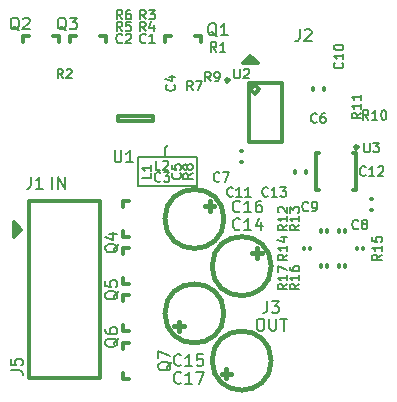
<source format=gto>
G04 #@! TF.FileFunction,Legend,Top*
%FSLAX46Y46*%
G04 Gerber Fmt 4.6, Leading zero omitted, Abs format (unit mm)*
G04 Created by KiCad (PCBNEW (2014-11-13 BZR 5275)-product) date Sun 16 Nov 2014 04:47:41 PM EST*
%MOMM*%
G01*
G04 APERTURE LIST*
%ADD10C,0.100000*%
%ADD11C,0.200000*%
%ADD12C,0.350000*%
%ADD13C,0.381000*%
%ADD14C,0.150000*%
%ADD15C,0.203200*%
G04 APERTURE END LIST*
D10*
D11*
X148500000Y-94000000D02*
X148750000Y-93750000D01*
X148500000Y-94750000D02*
X148500000Y-94000000D01*
X151250000Y-94750000D02*
X151250000Y-95000000D01*
X146250000Y-94750000D02*
X151250000Y-94750000D01*
X146250000Y-97250000D02*
X146250000Y-94750000D01*
X151250000Y-97250000D02*
X146250000Y-97250000D01*
X151250000Y-95000000D02*
X151250000Y-97250000D01*
D12*
X158417000Y-88500000D02*
X155583000Y-88500000D01*
X155583000Y-88500000D02*
X155583000Y-93500000D01*
X155583000Y-93500000D02*
X158417000Y-93500000D01*
X158417000Y-93500000D02*
X158417000Y-88500000D01*
X153652000Y-88241000D02*
X153779000Y-88114000D01*
X153779000Y-88114000D02*
X153906000Y-88241000D01*
X153906000Y-88241000D02*
X153779000Y-88368000D01*
X153779000Y-88368000D02*
X153652000Y-88241000D01*
X155710000Y-89008000D02*
X156091000Y-88627000D01*
X156091000Y-88627000D02*
X156472000Y-89008000D01*
X156472000Y-89008000D02*
X156091000Y-89389000D01*
X156091000Y-89389000D02*
X155710000Y-89008000D01*
X143016000Y-84492000D02*
X143524000Y-84492000D01*
X143524000Y-84492000D02*
X143524000Y-85000000D01*
X140476000Y-85000000D02*
X140476000Y-84492000D01*
X140476000Y-84492000D02*
X140984000Y-84492000D01*
X155730000Y-86175000D02*
X155095000Y-86810000D01*
X155095000Y-86810000D02*
X156365000Y-86810000D01*
X156365000Y-86810000D02*
X155730000Y-86175000D01*
X155730000Y-86175000D02*
X155730000Y-86810000D01*
X161971000Y-89071000D02*
X161971000Y-88929000D01*
X161971000Y-88929000D02*
X161971000Y-89071000D01*
X161029000Y-89071000D02*
X161029000Y-88929000D01*
X161029000Y-88929000D02*
X161029000Y-89071000D01*
X154929000Y-95221000D02*
X155071000Y-95221000D01*
X155071000Y-95221000D02*
X154929000Y-95221000D01*
X154929000Y-94279000D02*
X155071000Y-94279000D01*
X155071000Y-94279000D02*
X154929000Y-94279000D01*
X165929000Y-99221000D02*
X166071000Y-99221000D01*
X166071000Y-99221000D02*
X165929000Y-99221000D01*
X165929000Y-98279000D02*
X166071000Y-98279000D01*
X166071000Y-98279000D02*
X165929000Y-98279000D01*
X159529000Y-95929000D02*
X159529000Y-96071000D01*
X159529000Y-96071000D02*
X159529000Y-95929000D01*
X160471000Y-95929000D02*
X160471000Y-96071000D01*
X160471000Y-96071000D02*
X160471000Y-95929000D01*
D13*
X157499360Y-104000000D02*
G75*
G03X157499360Y-104000000I-2499360J0D01*
G01*
X156300480Y-103301500D02*
X156300480Y-102501400D01*
X155899160Y-102900180D02*
X156699260Y-102900180D01*
X153499360Y-108000000D02*
G75*
G03X153499360Y-108000000I-2499360J0D01*
G01*
X149699520Y-108698500D02*
X149699520Y-109498600D01*
X150100840Y-109099820D02*
X149300740Y-109099820D01*
X153499360Y-100000000D02*
G75*
G03X153499360Y-100000000I-2499360J0D01*
G01*
X152300480Y-99301500D02*
X152300480Y-98501400D01*
X151899160Y-98900180D02*
X152699260Y-98900180D01*
X157499360Y-112000000D02*
G75*
G03X157499360Y-112000000I-2499360J0D01*
G01*
X153699520Y-112698500D02*
X153699520Y-113498600D01*
X154100840Y-113099820D02*
X153300740Y-113099820D01*
D12*
X136325000Y-100920000D02*
X135690000Y-100285000D01*
X135690000Y-100285000D02*
X135690000Y-101555000D01*
X135690000Y-101555000D02*
X136325000Y-100920000D01*
X136325000Y-100920000D02*
X135690000Y-100920000D01*
X143000000Y-98500000D02*
X143000000Y-113500000D01*
X143000000Y-113500000D02*
X137000000Y-113500000D01*
X137000000Y-113500000D02*
X137000000Y-98500000D01*
X137000000Y-98500000D02*
X143000000Y-98500000D01*
X151016000Y-84492000D02*
X151524000Y-84492000D01*
X151524000Y-84492000D02*
X151524000Y-85000000D01*
X148476000Y-85000000D02*
X148476000Y-84492000D01*
X148476000Y-84492000D02*
X148984000Y-84492000D01*
X139016000Y-84492000D02*
X139524000Y-84492000D01*
X139524000Y-84492000D02*
X139524000Y-85000000D01*
X136476000Y-85000000D02*
X136476000Y-84492000D01*
X136476000Y-84492000D02*
X136984000Y-84492000D01*
X144992000Y-98984000D02*
X144992000Y-98476000D01*
X144992000Y-98476000D02*
X145500000Y-98476000D01*
X145500000Y-101524000D02*
X144992000Y-101524000D01*
X144992000Y-101524000D02*
X144992000Y-101016000D01*
X144992000Y-102984000D02*
X144992000Y-102476000D01*
X144992000Y-102476000D02*
X145500000Y-102476000D01*
X145500000Y-105524000D02*
X144992000Y-105524000D01*
X144992000Y-105524000D02*
X144992000Y-105016000D01*
X162246000Y-101071000D02*
X162246000Y-100929000D01*
X162246000Y-100929000D02*
X162246000Y-101071000D01*
X161754000Y-101071000D02*
X161754000Y-100929000D01*
X161754000Y-100929000D02*
X161754000Y-101071000D01*
X163746000Y-101071000D02*
X163746000Y-100929000D01*
X163746000Y-100929000D02*
X163746000Y-101071000D01*
X163254000Y-101071000D02*
X163254000Y-100929000D01*
X163254000Y-100929000D02*
X163254000Y-101071000D01*
X160746000Y-102571000D02*
X160746000Y-102429000D01*
X160746000Y-102429000D02*
X160746000Y-102571000D01*
X160254000Y-102571000D02*
X160254000Y-102429000D01*
X160254000Y-102429000D02*
X160254000Y-102571000D01*
X165246000Y-102571000D02*
X165246000Y-102429000D01*
X165246000Y-102429000D02*
X165246000Y-102571000D01*
X164754000Y-102571000D02*
X164754000Y-102429000D01*
X164754000Y-102429000D02*
X164754000Y-102571000D01*
X163746000Y-104071000D02*
X163746000Y-103929000D01*
X163746000Y-103929000D02*
X163746000Y-104071000D01*
X163254000Y-104071000D02*
X163254000Y-103929000D01*
X163254000Y-103929000D02*
X163254000Y-104071000D01*
X162246000Y-104071000D02*
X162246000Y-103929000D01*
X162246000Y-103929000D02*
X162246000Y-104071000D01*
X161754000Y-104071000D02*
X161754000Y-103929000D01*
X161754000Y-103929000D02*
X161754000Y-104071000D01*
X144500000Y-91750000D02*
X144500000Y-91250000D01*
X144500000Y-91250000D02*
X147500000Y-91250000D01*
X147500000Y-91250000D02*
X147500000Y-91750000D01*
X147500000Y-91750000D02*
X144500000Y-91750000D01*
X164454000Y-94450000D02*
X164677000Y-94450000D01*
X164677000Y-94450000D02*
X164677000Y-97550000D01*
X164677000Y-97550000D02*
X164454000Y-97550000D01*
X161546000Y-94450000D02*
X161323000Y-94450000D01*
X161323000Y-94450000D02*
X161323000Y-97550000D01*
X161323000Y-97550000D02*
X161546000Y-97550000D01*
X164708000Y-93815000D02*
X164835000Y-93942000D01*
X164835000Y-93942000D02*
X164708000Y-94069000D01*
X164708000Y-94069000D02*
X164581000Y-93942000D01*
X164581000Y-93942000D02*
X164708000Y-93815000D01*
X144992000Y-106984000D02*
X144992000Y-106476000D01*
X144992000Y-106476000D02*
X145500000Y-106476000D01*
X145500000Y-109524000D02*
X144992000Y-109524000D01*
X144992000Y-109524000D02*
X144992000Y-109016000D01*
X144992000Y-110984000D02*
X144992000Y-110476000D01*
X144992000Y-110476000D02*
X145500000Y-110476000D01*
X145500000Y-113524000D02*
X144992000Y-113524000D01*
X144992000Y-113524000D02*
X144992000Y-113016000D01*
D14*
X154390476Y-87311905D02*
X154390476Y-87959524D01*
X154428571Y-88035714D01*
X154466667Y-88073810D01*
X154542857Y-88111905D01*
X154695238Y-88111905D01*
X154771429Y-88073810D01*
X154809524Y-88035714D01*
X154847619Y-87959524D01*
X154847619Y-87311905D01*
X155190476Y-87388095D02*
X155228571Y-87350000D01*
X155304762Y-87311905D01*
X155495238Y-87311905D01*
X155571428Y-87350000D01*
X155609524Y-87388095D01*
X155647619Y-87464286D01*
X155647619Y-87540476D01*
X155609524Y-87654762D01*
X155152381Y-88111905D01*
X155647619Y-88111905D01*
D11*
X140154762Y-84047619D02*
X140059524Y-84000000D01*
X139964286Y-83904762D01*
X139821429Y-83761905D01*
X139726190Y-83714286D01*
X139630952Y-83714286D01*
X139678571Y-83952381D02*
X139583333Y-83904762D01*
X139488095Y-83809524D01*
X139440476Y-83619048D01*
X139440476Y-83285714D01*
X139488095Y-83095238D01*
X139583333Y-83000000D01*
X139678571Y-82952381D01*
X139869048Y-82952381D01*
X139964286Y-83000000D01*
X140059524Y-83095238D01*
X140107143Y-83285714D01*
X140107143Y-83619048D01*
X140059524Y-83809524D01*
X139964286Y-83904762D01*
X139869048Y-83952381D01*
X139678571Y-83952381D01*
X140440476Y-82952381D02*
X141059524Y-82952381D01*
X140726190Y-83333333D01*
X140869048Y-83333333D01*
X140964286Y-83380952D01*
X141011905Y-83428571D01*
X141059524Y-83523810D01*
X141059524Y-83761905D01*
X141011905Y-83857143D01*
X140964286Y-83904762D01*
X140869048Y-83952381D01*
X140583333Y-83952381D01*
X140488095Y-83904762D01*
X140440476Y-83857143D01*
D15*
X159916414Y-83951965D02*
X159916414Y-84666793D01*
X159868758Y-84809759D01*
X159773448Y-84905070D01*
X159630482Y-84952725D01*
X159535172Y-84952725D01*
X160345311Y-84047275D02*
X160392966Y-83999620D01*
X160488277Y-83951965D01*
X160726553Y-83951965D01*
X160821863Y-83999620D01*
X160869519Y-84047275D01*
X160917174Y-84142586D01*
X160917174Y-84237896D01*
X160869519Y-84380862D01*
X160297656Y-84952725D01*
X160917174Y-84952725D01*
D14*
X146866667Y-85035714D02*
X146828572Y-85073810D01*
X146714286Y-85111905D01*
X146638096Y-85111905D01*
X146523810Y-85073810D01*
X146447619Y-84997619D01*
X146409524Y-84921429D01*
X146371429Y-84769048D01*
X146371429Y-84654762D01*
X146409524Y-84502381D01*
X146447619Y-84426190D01*
X146523810Y-84350000D01*
X146638096Y-84311905D01*
X146714286Y-84311905D01*
X146828572Y-84350000D01*
X146866667Y-84388095D01*
X147628572Y-85111905D02*
X147171429Y-85111905D01*
X147400000Y-85111905D02*
X147400000Y-84311905D01*
X147323810Y-84426190D01*
X147247619Y-84502381D01*
X147171429Y-84540476D01*
X144866667Y-85035714D02*
X144828572Y-85073810D01*
X144714286Y-85111905D01*
X144638096Y-85111905D01*
X144523810Y-85073810D01*
X144447619Y-84997619D01*
X144409524Y-84921429D01*
X144371429Y-84769048D01*
X144371429Y-84654762D01*
X144409524Y-84502381D01*
X144447619Y-84426190D01*
X144523810Y-84350000D01*
X144638096Y-84311905D01*
X144714286Y-84311905D01*
X144828572Y-84350000D01*
X144866667Y-84388095D01*
X145171429Y-84388095D02*
X145209524Y-84350000D01*
X145285715Y-84311905D01*
X145476191Y-84311905D01*
X145552381Y-84350000D01*
X145590477Y-84388095D01*
X145628572Y-84464286D01*
X145628572Y-84540476D01*
X145590477Y-84654762D01*
X145133334Y-85111905D01*
X145628572Y-85111905D01*
X148116667Y-96785714D02*
X148078572Y-96823810D01*
X147964286Y-96861905D01*
X147888096Y-96861905D01*
X147773810Y-96823810D01*
X147697619Y-96747619D01*
X147659524Y-96671429D01*
X147621429Y-96519048D01*
X147621429Y-96404762D01*
X147659524Y-96252381D01*
X147697619Y-96176190D01*
X147773810Y-96100000D01*
X147888096Y-96061905D01*
X147964286Y-96061905D01*
X148078572Y-96100000D01*
X148116667Y-96138095D01*
X148383334Y-96061905D02*
X148878572Y-96061905D01*
X148611905Y-96366667D01*
X148726191Y-96366667D01*
X148802381Y-96404762D01*
X148840477Y-96442857D01*
X148878572Y-96519048D01*
X148878572Y-96709524D01*
X148840477Y-96785714D01*
X148802381Y-96823810D01*
X148726191Y-96861905D01*
X148497619Y-96861905D01*
X148421429Y-96823810D01*
X148383334Y-96785714D01*
X149285714Y-88633333D02*
X149323810Y-88671428D01*
X149361905Y-88785714D01*
X149361905Y-88861904D01*
X149323810Y-88976190D01*
X149247619Y-89052381D01*
X149171429Y-89090476D01*
X149019048Y-89128571D01*
X148904762Y-89128571D01*
X148752381Y-89090476D01*
X148676190Y-89052381D01*
X148600000Y-88976190D01*
X148561905Y-88861904D01*
X148561905Y-88785714D01*
X148600000Y-88671428D01*
X148638095Y-88633333D01*
X148828571Y-87947619D02*
X149361905Y-87947619D01*
X148523810Y-88138095D02*
X149095238Y-88328571D01*
X149095238Y-87833333D01*
X149785714Y-96133333D02*
X149823810Y-96171428D01*
X149861905Y-96285714D01*
X149861905Y-96361904D01*
X149823810Y-96476190D01*
X149747619Y-96552381D01*
X149671429Y-96590476D01*
X149519048Y-96628571D01*
X149404762Y-96628571D01*
X149252381Y-96590476D01*
X149176190Y-96552381D01*
X149100000Y-96476190D01*
X149061905Y-96361904D01*
X149061905Y-96285714D01*
X149100000Y-96171428D01*
X149138095Y-96133333D01*
X149061905Y-95409523D02*
X149061905Y-95790476D01*
X149442857Y-95828571D01*
X149404762Y-95790476D01*
X149366667Y-95714285D01*
X149366667Y-95523809D01*
X149404762Y-95447619D01*
X149442857Y-95409523D01*
X149519048Y-95371428D01*
X149709524Y-95371428D01*
X149785714Y-95409523D01*
X149823810Y-95447619D01*
X149861905Y-95523809D01*
X149861905Y-95714285D01*
X149823810Y-95790476D01*
X149785714Y-95828571D01*
X161366667Y-91785714D02*
X161328572Y-91823810D01*
X161214286Y-91861905D01*
X161138096Y-91861905D01*
X161023810Y-91823810D01*
X160947619Y-91747619D01*
X160909524Y-91671429D01*
X160871429Y-91519048D01*
X160871429Y-91404762D01*
X160909524Y-91252381D01*
X160947619Y-91176190D01*
X161023810Y-91100000D01*
X161138096Y-91061905D01*
X161214286Y-91061905D01*
X161328572Y-91100000D01*
X161366667Y-91138095D01*
X162052381Y-91061905D02*
X161900000Y-91061905D01*
X161823810Y-91100000D01*
X161785715Y-91138095D01*
X161709524Y-91252381D01*
X161671429Y-91404762D01*
X161671429Y-91709524D01*
X161709524Y-91785714D01*
X161747619Y-91823810D01*
X161823810Y-91861905D01*
X161976191Y-91861905D01*
X162052381Y-91823810D01*
X162090477Y-91785714D01*
X162128572Y-91709524D01*
X162128572Y-91519048D01*
X162090477Y-91442857D01*
X162052381Y-91404762D01*
X161976191Y-91366667D01*
X161823810Y-91366667D01*
X161747619Y-91404762D01*
X161709524Y-91442857D01*
X161671429Y-91519048D01*
X153116667Y-96785714D02*
X153078572Y-96823810D01*
X152964286Y-96861905D01*
X152888096Y-96861905D01*
X152773810Y-96823810D01*
X152697619Y-96747619D01*
X152659524Y-96671429D01*
X152621429Y-96519048D01*
X152621429Y-96404762D01*
X152659524Y-96252381D01*
X152697619Y-96176190D01*
X152773810Y-96100000D01*
X152888096Y-96061905D01*
X152964286Y-96061905D01*
X153078572Y-96100000D01*
X153116667Y-96138095D01*
X153383334Y-96061905D02*
X153916667Y-96061905D01*
X153573810Y-96861905D01*
X164866667Y-100785714D02*
X164828572Y-100823810D01*
X164714286Y-100861905D01*
X164638096Y-100861905D01*
X164523810Y-100823810D01*
X164447619Y-100747619D01*
X164409524Y-100671429D01*
X164371429Y-100519048D01*
X164371429Y-100404762D01*
X164409524Y-100252381D01*
X164447619Y-100176190D01*
X164523810Y-100100000D01*
X164638096Y-100061905D01*
X164714286Y-100061905D01*
X164828572Y-100100000D01*
X164866667Y-100138095D01*
X165323810Y-100404762D02*
X165247619Y-100366667D01*
X165209524Y-100328571D01*
X165171429Y-100252381D01*
X165171429Y-100214286D01*
X165209524Y-100138095D01*
X165247619Y-100100000D01*
X165323810Y-100061905D01*
X165476191Y-100061905D01*
X165552381Y-100100000D01*
X165590477Y-100138095D01*
X165628572Y-100214286D01*
X165628572Y-100252381D01*
X165590477Y-100328571D01*
X165552381Y-100366667D01*
X165476191Y-100404762D01*
X165323810Y-100404762D01*
X165247619Y-100442857D01*
X165209524Y-100480952D01*
X165171429Y-100557143D01*
X165171429Y-100709524D01*
X165209524Y-100785714D01*
X165247619Y-100823810D01*
X165323810Y-100861905D01*
X165476191Y-100861905D01*
X165552381Y-100823810D01*
X165590477Y-100785714D01*
X165628572Y-100709524D01*
X165628572Y-100557143D01*
X165590477Y-100480952D01*
X165552381Y-100442857D01*
X165476191Y-100404762D01*
X160616667Y-99285714D02*
X160578572Y-99323810D01*
X160464286Y-99361905D01*
X160388096Y-99361905D01*
X160273810Y-99323810D01*
X160197619Y-99247619D01*
X160159524Y-99171429D01*
X160121429Y-99019048D01*
X160121429Y-98904762D01*
X160159524Y-98752381D01*
X160197619Y-98676190D01*
X160273810Y-98600000D01*
X160388096Y-98561905D01*
X160464286Y-98561905D01*
X160578572Y-98600000D01*
X160616667Y-98638095D01*
X160997619Y-99361905D02*
X161150000Y-99361905D01*
X161226191Y-99323810D01*
X161264286Y-99285714D01*
X161340477Y-99171429D01*
X161378572Y-99019048D01*
X161378572Y-98714286D01*
X161340477Y-98638095D01*
X161302381Y-98600000D01*
X161226191Y-98561905D01*
X161073810Y-98561905D01*
X160997619Y-98600000D01*
X160959524Y-98638095D01*
X160921429Y-98714286D01*
X160921429Y-98904762D01*
X160959524Y-98980952D01*
X160997619Y-99019048D01*
X161073810Y-99057143D01*
X161226191Y-99057143D01*
X161302381Y-99019048D01*
X161340477Y-98980952D01*
X161378572Y-98904762D01*
X163535714Y-86764286D02*
X163573810Y-86802381D01*
X163611905Y-86916667D01*
X163611905Y-86992857D01*
X163573810Y-87107143D01*
X163497619Y-87183334D01*
X163421429Y-87221429D01*
X163269048Y-87259524D01*
X163154762Y-87259524D01*
X163002381Y-87221429D01*
X162926190Y-87183334D01*
X162850000Y-87107143D01*
X162811905Y-86992857D01*
X162811905Y-86916667D01*
X162850000Y-86802381D01*
X162888095Y-86764286D01*
X163611905Y-86002381D02*
X163611905Y-86459524D01*
X163611905Y-86230953D02*
X162811905Y-86230953D01*
X162926190Y-86307143D01*
X163002381Y-86383334D01*
X163040476Y-86459524D01*
X162811905Y-85507143D02*
X162811905Y-85430952D01*
X162850000Y-85354762D01*
X162888095Y-85316667D01*
X162964286Y-85278571D01*
X163116667Y-85240476D01*
X163307143Y-85240476D01*
X163459524Y-85278571D01*
X163535714Y-85316667D01*
X163573810Y-85354762D01*
X163611905Y-85430952D01*
X163611905Y-85507143D01*
X163573810Y-85583333D01*
X163535714Y-85621429D01*
X163459524Y-85659524D01*
X163307143Y-85697619D01*
X163116667Y-85697619D01*
X162964286Y-85659524D01*
X162888095Y-85621429D01*
X162850000Y-85583333D01*
X162811905Y-85507143D01*
X154235714Y-98035714D02*
X154197619Y-98073810D01*
X154083333Y-98111905D01*
X154007143Y-98111905D01*
X153892857Y-98073810D01*
X153816666Y-97997619D01*
X153778571Y-97921429D01*
X153740476Y-97769048D01*
X153740476Y-97654762D01*
X153778571Y-97502381D01*
X153816666Y-97426190D01*
X153892857Y-97350000D01*
X154007143Y-97311905D01*
X154083333Y-97311905D01*
X154197619Y-97350000D01*
X154235714Y-97388095D01*
X154997619Y-98111905D02*
X154540476Y-98111905D01*
X154769047Y-98111905D02*
X154769047Y-97311905D01*
X154692857Y-97426190D01*
X154616666Y-97502381D01*
X154540476Y-97540476D01*
X155759524Y-98111905D02*
X155302381Y-98111905D01*
X155530952Y-98111905D02*
X155530952Y-97311905D01*
X155454762Y-97426190D01*
X155378571Y-97502381D01*
X155302381Y-97540476D01*
X165485714Y-96285714D02*
X165447619Y-96323810D01*
X165333333Y-96361905D01*
X165257143Y-96361905D01*
X165142857Y-96323810D01*
X165066666Y-96247619D01*
X165028571Y-96171429D01*
X164990476Y-96019048D01*
X164990476Y-95904762D01*
X165028571Y-95752381D01*
X165066666Y-95676190D01*
X165142857Y-95600000D01*
X165257143Y-95561905D01*
X165333333Y-95561905D01*
X165447619Y-95600000D01*
X165485714Y-95638095D01*
X166247619Y-96361905D02*
X165790476Y-96361905D01*
X166019047Y-96361905D02*
X166019047Y-95561905D01*
X165942857Y-95676190D01*
X165866666Y-95752381D01*
X165790476Y-95790476D01*
X166552381Y-95638095D02*
X166590476Y-95600000D01*
X166666667Y-95561905D01*
X166857143Y-95561905D01*
X166933333Y-95600000D01*
X166971429Y-95638095D01*
X167009524Y-95714286D01*
X167009524Y-95790476D01*
X166971429Y-95904762D01*
X166514286Y-96361905D01*
X167009524Y-96361905D01*
X157235714Y-98035714D02*
X157197619Y-98073810D01*
X157083333Y-98111905D01*
X157007143Y-98111905D01*
X156892857Y-98073810D01*
X156816666Y-97997619D01*
X156778571Y-97921429D01*
X156740476Y-97769048D01*
X156740476Y-97654762D01*
X156778571Y-97502381D01*
X156816666Y-97426190D01*
X156892857Y-97350000D01*
X157007143Y-97311905D01*
X157083333Y-97311905D01*
X157197619Y-97350000D01*
X157235714Y-97388095D01*
X157997619Y-98111905D02*
X157540476Y-98111905D01*
X157769047Y-98111905D02*
X157769047Y-97311905D01*
X157692857Y-97426190D01*
X157616666Y-97502381D01*
X157540476Y-97540476D01*
X158264286Y-97311905D02*
X158759524Y-97311905D01*
X158492857Y-97616667D01*
X158607143Y-97616667D01*
X158683333Y-97654762D01*
X158721429Y-97692857D01*
X158759524Y-97769048D01*
X158759524Y-97959524D01*
X158721429Y-98035714D01*
X158683333Y-98073810D01*
X158607143Y-98111905D01*
X158378571Y-98111905D01*
X158302381Y-98073810D01*
X158264286Y-98035714D01*
D15*
X154856654Y-100857414D02*
X154808999Y-100905070D01*
X154666033Y-100952725D01*
X154570723Y-100952725D01*
X154427757Y-100905070D01*
X154332446Y-100809759D01*
X154284791Y-100714449D01*
X154237136Y-100523828D01*
X154237136Y-100380862D01*
X154284791Y-100190241D01*
X154332446Y-100094930D01*
X154427757Y-99999620D01*
X154570723Y-99951965D01*
X154666033Y-99951965D01*
X154808999Y-99999620D01*
X154856654Y-100047275D01*
X155809759Y-100952725D02*
X155237896Y-100952725D01*
X155523827Y-100952725D02*
X155523827Y-99951965D01*
X155428517Y-100094930D01*
X155333206Y-100190241D01*
X155237896Y-100237896D01*
X156667553Y-100285551D02*
X156667553Y-100952725D01*
X156429277Y-99904310D02*
X156191001Y-100619138D01*
X156810519Y-100619138D01*
X149856654Y-112357414D02*
X149808999Y-112405070D01*
X149666033Y-112452725D01*
X149570723Y-112452725D01*
X149427757Y-112405070D01*
X149332446Y-112309759D01*
X149284791Y-112214449D01*
X149237136Y-112023828D01*
X149237136Y-111880862D01*
X149284791Y-111690241D01*
X149332446Y-111594930D01*
X149427757Y-111499620D01*
X149570723Y-111451965D01*
X149666033Y-111451965D01*
X149808999Y-111499620D01*
X149856654Y-111547275D01*
X150809759Y-112452725D02*
X150237896Y-112452725D01*
X150523827Y-112452725D02*
X150523827Y-111451965D01*
X150428517Y-111594930D01*
X150333206Y-111690241D01*
X150237896Y-111737896D01*
X151715209Y-111451965D02*
X151238656Y-111451965D01*
X151191001Y-111928517D01*
X151238656Y-111880862D01*
X151333967Y-111833207D01*
X151572243Y-111833207D01*
X151667553Y-111880862D01*
X151715209Y-111928517D01*
X151762864Y-112023828D01*
X151762864Y-112262104D01*
X151715209Y-112357414D01*
X151667553Y-112405070D01*
X151572243Y-112452725D01*
X151333967Y-112452725D01*
X151238656Y-112405070D01*
X151191001Y-112357414D01*
X154856654Y-99357414D02*
X154808999Y-99405070D01*
X154666033Y-99452725D01*
X154570723Y-99452725D01*
X154427757Y-99405070D01*
X154332446Y-99309759D01*
X154284791Y-99214449D01*
X154237136Y-99023828D01*
X154237136Y-98880862D01*
X154284791Y-98690241D01*
X154332446Y-98594930D01*
X154427757Y-98499620D01*
X154570723Y-98451965D01*
X154666033Y-98451965D01*
X154808999Y-98499620D01*
X154856654Y-98547275D01*
X155809759Y-99452725D02*
X155237896Y-99452725D01*
X155523827Y-99452725D02*
X155523827Y-98451965D01*
X155428517Y-98594930D01*
X155333206Y-98690241D01*
X155237896Y-98737896D01*
X156667553Y-98451965D02*
X156476932Y-98451965D01*
X156381622Y-98499620D01*
X156333967Y-98547275D01*
X156238656Y-98690241D01*
X156191001Y-98880862D01*
X156191001Y-99262104D01*
X156238656Y-99357414D01*
X156286311Y-99405070D01*
X156381622Y-99452725D01*
X156572243Y-99452725D01*
X156667553Y-99405070D01*
X156715209Y-99357414D01*
X156762864Y-99262104D01*
X156762864Y-99023828D01*
X156715209Y-98928517D01*
X156667553Y-98880862D01*
X156572243Y-98833207D01*
X156381622Y-98833207D01*
X156286311Y-98880862D01*
X156238656Y-98928517D01*
X156191001Y-99023828D01*
X149856654Y-113857414D02*
X149808999Y-113905070D01*
X149666033Y-113952725D01*
X149570723Y-113952725D01*
X149427757Y-113905070D01*
X149332446Y-113809759D01*
X149284791Y-113714449D01*
X149237136Y-113523828D01*
X149237136Y-113380862D01*
X149284791Y-113190241D01*
X149332446Y-113094930D01*
X149427757Y-112999620D01*
X149570723Y-112951965D01*
X149666033Y-112951965D01*
X149808999Y-112999620D01*
X149856654Y-113047275D01*
X150809759Y-113952725D02*
X150237896Y-113952725D01*
X150523827Y-113952725D02*
X150523827Y-112951965D01*
X150428517Y-113094930D01*
X150333206Y-113190241D01*
X150237896Y-113237896D01*
X151143346Y-112951965D02*
X151810519Y-112951965D01*
X151381622Y-113952725D01*
D14*
X137166667Y-96452381D02*
X137166667Y-97166667D01*
X137119047Y-97309524D01*
X137023809Y-97404762D01*
X136880952Y-97452381D01*
X136785714Y-97452381D01*
X138166667Y-97452381D02*
X137595238Y-97452381D01*
X137880952Y-97452381D02*
X137880952Y-96452381D01*
X137785714Y-96595238D01*
X137690476Y-96690476D01*
X137595238Y-96738095D01*
X138976191Y-97452381D02*
X138976191Y-96452381D01*
X139452381Y-97452381D02*
X139452381Y-96452381D01*
X140023810Y-97452381D01*
X140023810Y-96452381D01*
X157166667Y-106952381D02*
X157166667Y-107666667D01*
X157119047Y-107809524D01*
X157023809Y-107904762D01*
X156880952Y-107952381D01*
X156785714Y-107952381D01*
X157547619Y-106952381D02*
X158166667Y-106952381D01*
X157833333Y-107333333D01*
X157976191Y-107333333D01*
X158071429Y-107380952D01*
X158119048Y-107428571D01*
X158166667Y-107523810D01*
X158166667Y-107761905D01*
X158119048Y-107857143D01*
X158071429Y-107904762D01*
X157976191Y-107952381D01*
X157690476Y-107952381D01*
X157595238Y-107904762D01*
X157547619Y-107857143D01*
X156500000Y-108452381D02*
X156690477Y-108452381D01*
X156785715Y-108500000D01*
X156880953Y-108595238D01*
X156928572Y-108785714D01*
X156928572Y-109119048D01*
X156880953Y-109309524D01*
X156785715Y-109404762D01*
X156690477Y-109452381D01*
X156500000Y-109452381D01*
X156404762Y-109404762D01*
X156309524Y-109309524D01*
X156261905Y-109119048D01*
X156261905Y-108785714D01*
X156309524Y-108595238D01*
X156404762Y-108500000D01*
X156500000Y-108452381D01*
X157357143Y-108452381D02*
X157357143Y-109261905D01*
X157404762Y-109357143D01*
X157452381Y-109404762D01*
X157547619Y-109452381D01*
X157738096Y-109452381D01*
X157833334Y-109404762D01*
X157880953Y-109357143D01*
X157928572Y-109261905D01*
X157928572Y-108452381D01*
X158261905Y-108452381D02*
X158833334Y-108452381D01*
X158547619Y-109452381D02*
X158547619Y-108452381D01*
D15*
X135451965Y-112833586D02*
X136166793Y-112833586D01*
X136309759Y-112881242D01*
X136405070Y-112976552D01*
X136452725Y-113119518D01*
X136452725Y-113214828D01*
X135451965Y-111880481D02*
X135451965Y-112357034D01*
X135928517Y-112404689D01*
X135880862Y-112357034D01*
X135833207Y-112261723D01*
X135833207Y-112023447D01*
X135880862Y-111928137D01*
X135928517Y-111880481D01*
X136023828Y-111832826D01*
X136262104Y-111832826D01*
X136357414Y-111880481D01*
X136405070Y-111928137D01*
X136452725Y-112023447D01*
X136452725Y-112261723D01*
X136405070Y-112357034D01*
X136357414Y-112404689D01*
D14*
X147361905Y-96133333D02*
X147361905Y-96514286D01*
X146561905Y-96514286D01*
X147361905Y-95447619D02*
X147361905Y-95904762D01*
X147361905Y-95676191D02*
X146561905Y-95676191D01*
X146676190Y-95752381D01*
X146752381Y-95828572D01*
X146790476Y-95904762D01*
X148116667Y-95861905D02*
X147735714Y-95861905D01*
X147735714Y-95061905D01*
X148345238Y-95138095D02*
X148383333Y-95100000D01*
X148459524Y-95061905D01*
X148650000Y-95061905D01*
X148726190Y-95100000D01*
X148764286Y-95138095D01*
X148802381Y-95214286D01*
X148802381Y-95290476D01*
X148764286Y-95404762D01*
X148307143Y-95861905D01*
X148802381Y-95861905D01*
D11*
X152904762Y-84547619D02*
X152809524Y-84500000D01*
X152714286Y-84404762D01*
X152571429Y-84261905D01*
X152476190Y-84214286D01*
X152380952Y-84214286D01*
X152428571Y-84452381D02*
X152333333Y-84404762D01*
X152238095Y-84309524D01*
X152190476Y-84119048D01*
X152190476Y-83785714D01*
X152238095Y-83595238D01*
X152333333Y-83500000D01*
X152428571Y-83452381D01*
X152619048Y-83452381D01*
X152714286Y-83500000D01*
X152809524Y-83595238D01*
X152857143Y-83785714D01*
X152857143Y-84119048D01*
X152809524Y-84309524D01*
X152714286Y-84404762D01*
X152619048Y-84452381D01*
X152428571Y-84452381D01*
X153809524Y-84452381D02*
X153238095Y-84452381D01*
X153523809Y-84452381D02*
X153523809Y-83452381D01*
X153428571Y-83595238D01*
X153333333Y-83690476D01*
X153238095Y-83738095D01*
X136154762Y-84047619D02*
X136059524Y-84000000D01*
X135964286Y-83904762D01*
X135821429Y-83761905D01*
X135726190Y-83714286D01*
X135630952Y-83714286D01*
X135678571Y-83952381D02*
X135583333Y-83904762D01*
X135488095Y-83809524D01*
X135440476Y-83619048D01*
X135440476Y-83285714D01*
X135488095Y-83095238D01*
X135583333Y-83000000D01*
X135678571Y-82952381D01*
X135869048Y-82952381D01*
X135964286Y-83000000D01*
X136059524Y-83095238D01*
X136107143Y-83285714D01*
X136107143Y-83619048D01*
X136059524Y-83809524D01*
X135964286Y-83904762D01*
X135869048Y-83952381D01*
X135678571Y-83952381D01*
X136488095Y-83047619D02*
X136535714Y-83000000D01*
X136630952Y-82952381D01*
X136869048Y-82952381D01*
X136964286Y-83000000D01*
X137011905Y-83047619D01*
X137059524Y-83142857D01*
X137059524Y-83238095D01*
X137011905Y-83380952D01*
X136440476Y-83952381D01*
X137059524Y-83952381D01*
X144547619Y-102095238D02*
X144500000Y-102190476D01*
X144404762Y-102285714D01*
X144261905Y-102428571D01*
X144214286Y-102523810D01*
X144214286Y-102619048D01*
X144452381Y-102571429D02*
X144404762Y-102666667D01*
X144309524Y-102761905D01*
X144119048Y-102809524D01*
X143785714Y-102809524D01*
X143595238Y-102761905D01*
X143500000Y-102666667D01*
X143452381Y-102571429D01*
X143452381Y-102380952D01*
X143500000Y-102285714D01*
X143595238Y-102190476D01*
X143785714Y-102142857D01*
X144119048Y-102142857D01*
X144309524Y-102190476D01*
X144404762Y-102285714D01*
X144452381Y-102380952D01*
X144452381Y-102571429D01*
X143785714Y-101285714D02*
X144452381Y-101285714D01*
X143404762Y-101523810D02*
X144119048Y-101761905D01*
X144119048Y-101142857D01*
X144547619Y-106095238D02*
X144500000Y-106190476D01*
X144404762Y-106285714D01*
X144261905Y-106428571D01*
X144214286Y-106523810D01*
X144214286Y-106619048D01*
X144452381Y-106571429D02*
X144404762Y-106666667D01*
X144309524Y-106761905D01*
X144119048Y-106809524D01*
X143785714Y-106809524D01*
X143595238Y-106761905D01*
X143500000Y-106666667D01*
X143452381Y-106571429D01*
X143452381Y-106380952D01*
X143500000Y-106285714D01*
X143595238Y-106190476D01*
X143785714Y-106142857D01*
X144119048Y-106142857D01*
X144309524Y-106190476D01*
X144404762Y-106285714D01*
X144452381Y-106380952D01*
X144452381Y-106571429D01*
X143452381Y-105238095D02*
X143452381Y-105714286D01*
X143928571Y-105761905D01*
X143880952Y-105714286D01*
X143833333Y-105619048D01*
X143833333Y-105380952D01*
X143880952Y-105285714D01*
X143928571Y-105238095D01*
X144023810Y-105190476D01*
X144261905Y-105190476D01*
X144357143Y-105238095D01*
X144404762Y-105285714D01*
X144452381Y-105380952D01*
X144452381Y-105619048D01*
X144404762Y-105714286D01*
X144357143Y-105761905D01*
D14*
X152866667Y-85861905D02*
X152600000Y-85480952D01*
X152409524Y-85861905D02*
X152409524Y-85061905D01*
X152714286Y-85061905D01*
X152790477Y-85100000D01*
X152828572Y-85138095D01*
X152866667Y-85214286D01*
X152866667Y-85328571D01*
X152828572Y-85404762D01*
X152790477Y-85442857D01*
X152714286Y-85480952D01*
X152409524Y-85480952D01*
X153628572Y-85861905D02*
X153171429Y-85861905D01*
X153400000Y-85861905D02*
X153400000Y-85061905D01*
X153323810Y-85176190D01*
X153247619Y-85252381D01*
X153171429Y-85290476D01*
X139866667Y-88111905D02*
X139600000Y-87730952D01*
X139409524Y-88111905D02*
X139409524Y-87311905D01*
X139714286Y-87311905D01*
X139790477Y-87350000D01*
X139828572Y-87388095D01*
X139866667Y-87464286D01*
X139866667Y-87578571D01*
X139828572Y-87654762D01*
X139790477Y-87692857D01*
X139714286Y-87730952D01*
X139409524Y-87730952D01*
X140171429Y-87388095D02*
X140209524Y-87350000D01*
X140285715Y-87311905D01*
X140476191Y-87311905D01*
X140552381Y-87350000D01*
X140590477Y-87388095D01*
X140628572Y-87464286D01*
X140628572Y-87540476D01*
X140590477Y-87654762D01*
X140133334Y-88111905D01*
X140628572Y-88111905D01*
X146866667Y-83111905D02*
X146600000Y-82730952D01*
X146409524Y-83111905D02*
X146409524Y-82311905D01*
X146714286Y-82311905D01*
X146790477Y-82350000D01*
X146828572Y-82388095D01*
X146866667Y-82464286D01*
X146866667Y-82578571D01*
X146828572Y-82654762D01*
X146790477Y-82692857D01*
X146714286Y-82730952D01*
X146409524Y-82730952D01*
X147133334Y-82311905D02*
X147628572Y-82311905D01*
X147361905Y-82616667D01*
X147476191Y-82616667D01*
X147552381Y-82654762D01*
X147590477Y-82692857D01*
X147628572Y-82769048D01*
X147628572Y-82959524D01*
X147590477Y-83035714D01*
X147552381Y-83073810D01*
X147476191Y-83111905D01*
X147247619Y-83111905D01*
X147171429Y-83073810D01*
X147133334Y-83035714D01*
X146866667Y-84111905D02*
X146600000Y-83730952D01*
X146409524Y-84111905D02*
X146409524Y-83311905D01*
X146714286Y-83311905D01*
X146790477Y-83350000D01*
X146828572Y-83388095D01*
X146866667Y-83464286D01*
X146866667Y-83578571D01*
X146828572Y-83654762D01*
X146790477Y-83692857D01*
X146714286Y-83730952D01*
X146409524Y-83730952D01*
X147552381Y-83578571D02*
X147552381Y-84111905D01*
X147361905Y-83273810D02*
X147171429Y-83845238D01*
X147666667Y-83845238D01*
X144866667Y-84111905D02*
X144600000Y-83730952D01*
X144409524Y-84111905D02*
X144409524Y-83311905D01*
X144714286Y-83311905D01*
X144790477Y-83350000D01*
X144828572Y-83388095D01*
X144866667Y-83464286D01*
X144866667Y-83578571D01*
X144828572Y-83654762D01*
X144790477Y-83692857D01*
X144714286Y-83730952D01*
X144409524Y-83730952D01*
X145590477Y-83311905D02*
X145209524Y-83311905D01*
X145171429Y-83692857D01*
X145209524Y-83654762D01*
X145285715Y-83616667D01*
X145476191Y-83616667D01*
X145552381Y-83654762D01*
X145590477Y-83692857D01*
X145628572Y-83769048D01*
X145628572Y-83959524D01*
X145590477Y-84035714D01*
X145552381Y-84073810D01*
X145476191Y-84111905D01*
X145285715Y-84111905D01*
X145209524Y-84073810D01*
X145171429Y-84035714D01*
X144866667Y-83111905D02*
X144600000Y-82730952D01*
X144409524Y-83111905D02*
X144409524Y-82311905D01*
X144714286Y-82311905D01*
X144790477Y-82350000D01*
X144828572Y-82388095D01*
X144866667Y-82464286D01*
X144866667Y-82578571D01*
X144828572Y-82654762D01*
X144790477Y-82692857D01*
X144714286Y-82730952D01*
X144409524Y-82730952D01*
X145552381Y-82311905D02*
X145400000Y-82311905D01*
X145323810Y-82350000D01*
X145285715Y-82388095D01*
X145209524Y-82502381D01*
X145171429Y-82654762D01*
X145171429Y-82959524D01*
X145209524Y-83035714D01*
X145247619Y-83073810D01*
X145323810Y-83111905D01*
X145476191Y-83111905D01*
X145552381Y-83073810D01*
X145590477Y-83035714D01*
X145628572Y-82959524D01*
X145628572Y-82769048D01*
X145590477Y-82692857D01*
X145552381Y-82654762D01*
X145476191Y-82616667D01*
X145323810Y-82616667D01*
X145247619Y-82654762D01*
X145209524Y-82692857D01*
X145171429Y-82769048D01*
X150866667Y-89111905D02*
X150600000Y-88730952D01*
X150409524Y-89111905D02*
X150409524Y-88311905D01*
X150714286Y-88311905D01*
X150790477Y-88350000D01*
X150828572Y-88388095D01*
X150866667Y-88464286D01*
X150866667Y-88578571D01*
X150828572Y-88654762D01*
X150790477Y-88692857D01*
X150714286Y-88730952D01*
X150409524Y-88730952D01*
X151133334Y-88311905D02*
X151666667Y-88311905D01*
X151323810Y-89111905D01*
X150861905Y-96133333D02*
X150480952Y-96400000D01*
X150861905Y-96590476D02*
X150061905Y-96590476D01*
X150061905Y-96285714D01*
X150100000Y-96209523D01*
X150138095Y-96171428D01*
X150214286Y-96133333D01*
X150328571Y-96133333D01*
X150404762Y-96171428D01*
X150442857Y-96209523D01*
X150480952Y-96285714D01*
X150480952Y-96590476D01*
X150404762Y-95676190D02*
X150366667Y-95752381D01*
X150328571Y-95790476D01*
X150252381Y-95828571D01*
X150214286Y-95828571D01*
X150138095Y-95790476D01*
X150100000Y-95752381D01*
X150061905Y-95676190D01*
X150061905Y-95523809D01*
X150100000Y-95447619D01*
X150138095Y-95409523D01*
X150214286Y-95371428D01*
X150252381Y-95371428D01*
X150328571Y-95409523D01*
X150366667Y-95447619D01*
X150404762Y-95523809D01*
X150404762Y-95676190D01*
X150442857Y-95752381D01*
X150480952Y-95790476D01*
X150557143Y-95828571D01*
X150709524Y-95828571D01*
X150785714Y-95790476D01*
X150823810Y-95752381D01*
X150861905Y-95676190D01*
X150861905Y-95523809D01*
X150823810Y-95447619D01*
X150785714Y-95409523D01*
X150709524Y-95371428D01*
X150557143Y-95371428D01*
X150480952Y-95409523D01*
X150442857Y-95447619D01*
X150404762Y-95523809D01*
X152366667Y-88361905D02*
X152100000Y-87980952D01*
X151909524Y-88361905D02*
X151909524Y-87561905D01*
X152214286Y-87561905D01*
X152290477Y-87600000D01*
X152328572Y-87638095D01*
X152366667Y-87714286D01*
X152366667Y-87828571D01*
X152328572Y-87904762D01*
X152290477Y-87942857D01*
X152214286Y-87980952D01*
X151909524Y-87980952D01*
X152747619Y-88361905D02*
X152900000Y-88361905D01*
X152976191Y-88323810D01*
X153014286Y-88285714D01*
X153090477Y-88171429D01*
X153128572Y-88019048D01*
X153128572Y-87714286D01*
X153090477Y-87638095D01*
X153052381Y-87600000D01*
X152976191Y-87561905D01*
X152823810Y-87561905D01*
X152747619Y-87600000D01*
X152709524Y-87638095D01*
X152671429Y-87714286D01*
X152671429Y-87904762D01*
X152709524Y-87980952D01*
X152747619Y-88019048D01*
X152823810Y-88057143D01*
X152976191Y-88057143D01*
X153052381Y-88019048D01*
X153090477Y-87980952D01*
X153128572Y-87904762D01*
X165735714Y-91611905D02*
X165469047Y-91230952D01*
X165278571Y-91611905D02*
X165278571Y-90811905D01*
X165583333Y-90811905D01*
X165659524Y-90850000D01*
X165697619Y-90888095D01*
X165735714Y-90964286D01*
X165735714Y-91078571D01*
X165697619Y-91154762D01*
X165659524Y-91192857D01*
X165583333Y-91230952D01*
X165278571Y-91230952D01*
X166497619Y-91611905D02*
X166040476Y-91611905D01*
X166269047Y-91611905D02*
X166269047Y-90811905D01*
X166192857Y-90926190D01*
X166116666Y-91002381D01*
X166040476Y-91040476D01*
X166992857Y-90811905D02*
X167069048Y-90811905D01*
X167145238Y-90850000D01*
X167183333Y-90888095D01*
X167221429Y-90964286D01*
X167259524Y-91116667D01*
X167259524Y-91307143D01*
X167221429Y-91459524D01*
X167183333Y-91535714D01*
X167145238Y-91573810D01*
X167069048Y-91611905D01*
X166992857Y-91611905D01*
X166916667Y-91573810D01*
X166878571Y-91535714D01*
X166840476Y-91459524D01*
X166802381Y-91307143D01*
X166802381Y-91116667D01*
X166840476Y-90964286D01*
X166878571Y-90888095D01*
X166916667Y-90850000D01*
X166992857Y-90811905D01*
X165111905Y-91014286D02*
X164730952Y-91280953D01*
X165111905Y-91471429D02*
X164311905Y-91471429D01*
X164311905Y-91166667D01*
X164350000Y-91090476D01*
X164388095Y-91052381D01*
X164464286Y-91014286D01*
X164578571Y-91014286D01*
X164654762Y-91052381D01*
X164692857Y-91090476D01*
X164730952Y-91166667D01*
X164730952Y-91471429D01*
X165111905Y-90252381D02*
X165111905Y-90709524D01*
X165111905Y-90480953D02*
X164311905Y-90480953D01*
X164426190Y-90557143D01*
X164502381Y-90633334D01*
X164540476Y-90709524D01*
X165111905Y-89490476D02*
X165111905Y-89947619D01*
X165111905Y-89719048D02*
X164311905Y-89719048D01*
X164426190Y-89795238D01*
X164502381Y-89871429D01*
X164540476Y-89947619D01*
X158861905Y-100514286D02*
X158480952Y-100780953D01*
X158861905Y-100971429D02*
X158061905Y-100971429D01*
X158061905Y-100666667D01*
X158100000Y-100590476D01*
X158138095Y-100552381D01*
X158214286Y-100514286D01*
X158328571Y-100514286D01*
X158404762Y-100552381D01*
X158442857Y-100590476D01*
X158480952Y-100666667D01*
X158480952Y-100971429D01*
X158861905Y-99752381D02*
X158861905Y-100209524D01*
X158861905Y-99980953D02*
X158061905Y-99980953D01*
X158176190Y-100057143D01*
X158252381Y-100133334D01*
X158290476Y-100209524D01*
X158138095Y-99447619D02*
X158100000Y-99409524D01*
X158061905Y-99333333D01*
X158061905Y-99142857D01*
X158100000Y-99066667D01*
X158138095Y-99028571D01*
X158214286Y-98990476D01*
X158290476Y-98990476D01*
X158404762Y-99028571D01*
X158861905Y-99485714D01*
X158861905Y-98990476D01*
X159861905Y-100514286D02*
X159480952Y-100780953D01*
X159861905Y-100971429D02*
X159061905Y-100971429D01*
X159061905Y-100666667D01*
X159100000Y-100590476D01*
X159138095Y-100552381D01*
X159214286Y-100514286D01*
X159328571Y-100514286D01*
X159404762Y-100552381D01*
X159442857Y-100590476D01*
X159480952Y-100666667D01*
X159480952Y-100971429D01*
X159861905Y-99752381D02*
X159861905Y-100209524D01*
X159861905Y-99980953D02*
X159061905Y-99980953D01*
X159176190Y-100057143D01*
X159252381Y-100133334D01*
X159290476Y-100209524D01*
X159061905Y-99485714D02*
X159061905Y-98990476D01*
X159366667Y-99257143D01*
X159366667Y-99142857D01*
X159404762Y-99066667D01*
X159442857Y-99028571D01*
X159519048Y-98990476D01*
X159709524Y-98990476D01*
X159785714Y-99028571D01*
X159823810Y-99066667D01*
X159861905Y-99142857D01*
X159861905Y-99371429D01*
X159823810Y-99447619D01*
X159785714Y-99485714D01*
X158861905Y-103014286D02*
X158480952Y-103280953D01*
X158861905Y-103471429D02*
X158061905Y-103471429D01*
X158061905Y-103166667D01*
X158100000Y-103090476D01*
X158138095Y-103052381D01*
X158214286Y-103014286D01*
X158328571Y-103014286D01*
X158404762Y-103052381D01*
X158442857Y-103090476D01*
X158480952Y-103166667D01*
X158480952Y-103471429D01*
X158861905Y-102252381D02*
X158861905Y-102709524D01*
X158861905Y-102480953D02*
X158061905Y-102480953D01*
X158176190Y-102557143D01*
X158252381Y-102633334D01*
X158290476Y-102709524D01*
X158328571Y-101566667D02*
X158861905Y-101566667D01*
X158023810Y-101757143D02*
X158595238Y-101947619D01*
X158595238Y-101452381D01*
X166861905Y-103014286D02*
X166480952Y-103280953D01*
X166861905Y-103471429D02*
X166061905Y-103471429D01*
X166061905Y-103166667D01*
X166100000Y-103090476D01*
X166138095Y-103052381D01*
X166214286Y-103014286D01*
X166328571Y-103014286D01*
X166404762Y-103052381D01*
X166442857Y-103090476D01*
X166480952Y-103166667D01*
X166480952Y-103471429D01*
X166861905Y-102252381D02*
X166861905Y-102709524D01*
X166861905Y-102480953D02*
X166061905Y-102480953D01*
X166176190Y-102557143D01*
X166252381Y-102633334D01*
X166290476Y-102709524D01*
X166061905Y-101528571D02*
X166061905Y-101909524D01*
X166442857Y-101947619D01*
X166404762Y-101909524D01*
X166366667Y-101833333D01*
X166366667Y-101642857D01*
X166404762Y-101566667D01*
X166442857Y-101528571D01*
X166519048Y-101490476D01*
X166709524Y-101490476D01*
X166785714Y-101528571D01*
X166823810Y-101566667D01*
X166861905Y-101642857D01*
X166861905Y-101833333D01*
X166823810Y-101909524D01*
X166785714Y-101947619D01*
X159861905Y-105514286D02*
X159480952Y-105780953D01*
X159861905Y-105971429D02*
X159061905Y-105971429D01*
X159061905Y-105666667D01*
X159100000Y-105590476D01*
X159138095Y-105552381D01*
X159214286Y-105514286D01*
X159328571Y-105514286D01*
X159404762Y-105552381D01*
X159442857Y-105590476D01*
X159480952Y-105666667D01*
X159480952Y-105971429D01*
X159861905Y-104752381D02*
X159861905Y-105209524D01*
X159861905Y-104980953D02*
X159061905Y-104980953D01*
X159176190Y-105057143D01*
X159252381Y-105133334D01*
X159290476Y-105209524D01*
X159061905Y-104066667D02*
X159061905Y-104219048D01*
X159100000Y-104295238D01*
X159138095Y-104333333D01*
X159252381Y-104409524D01*
X159404762Y-104447619D01*
X159709524Y-104447619D01*
X159785714Y-104409524D01*
X159823810Y-104371429D01*
X159861905Y-104295238D01*
X159861905Y-104142857D01*
X159823810Y-104066667D01*
X159785714Y-104028571D01*
X159709524Y-103990476D01*
X159519048Y-103990476D01*
X159442857Y-104028571D01*
X159404762Y-104066667D01*
X159366667Y-104142857D01*
X159366667Y-104295238D01*
X159404762Y-104371429D01*
X159442857Y-104409524D01*
X159519048Y-104447619D01*
X158861905Y-105514286D02*
X158480952Y-105780953D01*
X158861905Y-105971429D02*
X158061905Y-105971429D01*
X158061905Y-105666667D01*
X158100000Y-105590476D01*
X158138095Y-105552381D01*
X158214286Y-105514286D01*
X158328571Y-105514286D01*
X158404762Y-105552381D01*
X158442857Y-105590476D01*
X158480952Y-105666667D01*
X158480952Y-105971429D01*
X158861905Y-104752381D02*
X158861905Y-105209524D01*
X158861905Y-104980953D02*
X158061905Y-104980953D01*
X158176190Y-105057143D01*
X158252381Y-105133334D01*
X158290476Y-105209524D01*
X158061905Y-104485714D02*
X158061905Y-103952381D01*
X158861905Y-104295238D01*
D11*
X144238095Y-94202381D02*
X144238095Y-95011905D01*
X144285714Y-95107143D01*
X144333333Y-95154762D01*
X144428571Y-95202381D01*
X144619048Y-95202381D01*
X144714286Y-95154762D01*
X144761905Y-95107143D01*
X144809524Y-95011905D01*
X144809524Y-94202381D01*
X145809524Y-95202381D02*
X145238095Y-95202381D01*
X145523809Y-95202381D02*
X145523809Y-94202381D01*
X145428571Y-94345238D01*
X145333333Y-94440476D01*
X145238095Y-94488095D01*
D14*
X165390476Y-93561905D02*
X165390476Y-94209524D01*
X165428571Y-94285714D01*
X165466667Y-94323810D01*
X165542857Y-94361905D01*
X165695238Y-94361905D01*
X165771429Y-94323810D01*
X165809524Y-94285714D01*
X165847619Y-94209524D01*
X165847619Y-93561905D01*
X166152381Y-93561905D02*
X166647619Y-93561905D01*
X166380952Y-93866667D01*
X166495238Y-93866667D01*
X166571428Y-93904762D01*
X166609524Y-93942857D01*
X166647619Y-94019048D01*
X166647619Y-94209524D01*
X166609524Y-94285714D01*
X166571428Y-94323810D01*
X166495238Y-94361905D01*
X166266666Y-94361905D01*
X166190476Y-94323810D01*
X166152381Y-94285714D01*
D11*
X144547619Y-110095238D02*
X144500000Y-110190476D01*
X144404762Y-110285714D01*
X144261905Y-110428571D01*
X144214286Y-110523810D01*
X144214286Y-110619048D01*
X144452381Y-110571429D02*
X144404762Y-110666667D01*
X144309524Y-110761905D01*
X144119048Y-110809524D01*
X143785714Y-110809524D01*
X143595238Y-110761905D01*
X143500000Y-110666667D01*
X143452381Y-110571429D01*
X143452381Y-110380952D01*
X143500000Y-110285714D01*
X143595238Y-110190476D01*
X143785714Y-110142857D01*
X144119048Y-110142857D01*
X144309524Y-110190476D01*
X144404762Y-110285714D01*
X144452381Y-110380952D01*
X144452381Y-110571429D01*
X143452381Y-109285714D02*
X143452381Y-109476191D01*
X143500000Y-109571429D01*
X143547619Y-109619048D01*
X143690476Y-109714286D01*
X143880952Y-109761905D01*
X144261905Y-109761905D01*
X144357143Y-109714286D01*
X144404762Y-109666667D01*
X144452381Y-109571429D01*
X144452381Y-109380952D01*
X144404762Y-109285714D01*
X144357143Y-109238095D01*
X144261905Y-109190476D01*
X144023810Y-109190476D01*
X143928571Y-109238095D01*
X143880952Y-109285714D01*
X143833333Y-109380952D01*
X143833333Y-109571429D01*
X143880952Y-109666667D01*
X143928571Y-109714286D01*
X144023810Y-109761905D01*
X149047619Y-112095238D02*
X149000000Y-112190476D01*
X148904762Y-112285714D01*
X148761905Y-112428571D01*
X148714286Y-112523810D01*
X148714286Y-112619048D01*
X148952381Y-112571429D02*
X148904762Y-112666667D01*
X148809524Y-112761905D01*
X148619048Y-112809524D01*
X148285714Y-112809524D01*
X148095238Y-112761905D01*
X148000000Y-112666667D01*
X147952381Y-112571429D01*
X147952381Y-112380952D01*
X148000000Y-112285714D01*
X148095238Y-112190476D01*
X148285714Y-112142857D01*
X148619048Y-112142857D01*
X148809524Y-112190476D01*
X148904762Y-112285714D01*
X148952381Y-112380952D01*
X148952381Y-112571429D01*
X147952381Y-111809524D02*
X147952381Y-111142857D01*
X148952381Y-111571429D01*
M02*

</source>
